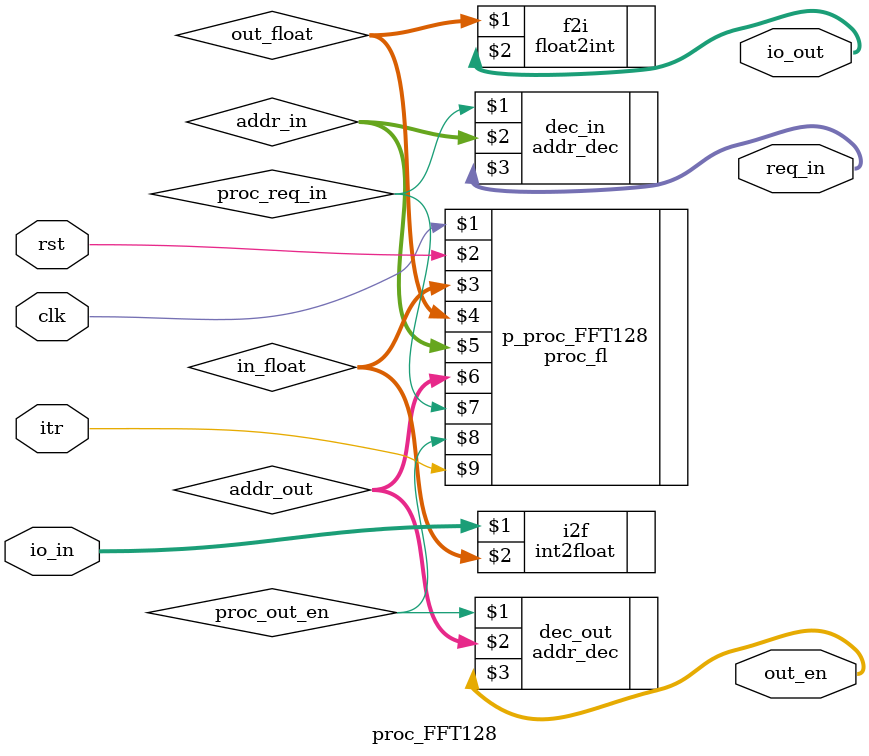
<source format=v>
module proc_FFT128 (
input clk, rst,
input signed [22:0] io_in,
output signed [31:0] io_out,
output [4:0] req_in,
output [5:0] out_en,
input itr);

wire signed [31:0] in_float;
wire signed [31:0] out_float;

int2float #(.MAN(23),.EXP(8)) i2f (io_in, in_float);

wire proc_req_in, proc_out_en;
wire [2:0] addr_in;
wire [2:0] addr_out;

proc_fl #(.NBMANT(23),
.NBEXPO(8),
.MDATAS(394),
.MINSTS(429),
.SDEPTH(100),
.NUIOIN(5),
.NUIOOU(6),
.FFTSIZ(0),
.CAL(1),
.MLT(1),
.LES(1),
.GRE(1),
.ADD(1),
.SRF(1),
.EQU(1),
.NEG(1),
.DIV(1),
.DFILE("./proc_FFT128_data.mif"),
.IFILE("./proc_FFT128_inst.mif")
) p_proc_FFT128 (clk, rst, in_float, out_float, addr_in, addr_out, proc_req_in, proc_out_en, itr);

float2int #(.EXP(8),.MAN(23)) f2i (out_float, io_out);

addr_dec #(5) dec_in (proc_req_in, addr_in , req_in);
addr_dec #(6) dec_out(proc_out_en, addr_out, out_en);

endmodule

</source>
